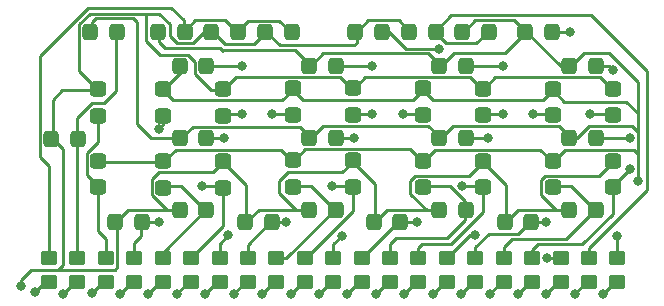
<source format=gbr>
%TF.GenerationSoftware,KiCad,Pcbnew,8.0.5*%
%TF.CreationDate,2024-09-28T22:07:55-04:00*%
%TF.ProjectId,Fluke_LCD,466c756b-655f-44c4-9344-2e6b69636164,rev?*%
%TF.SameCoordinates,Original*%
%TF.FileFunction,Copper,L1,Top*%
%TF.FilePolarity,Positive*%
%FSLAX46Y46*%
G04 Gerber Fmt 4.6, Leading zero omitted, Abs format (unit mm)*
G04 Created by KiCad (PCBNEW 8.0.5) date 2024-09-28 22:07:55*
%MOMM*%
%LPD*%
G01*
G04 APERTURE LIST*
G04 Aperture macros list*
%AMRoundRect*
0 Rectangle with rounded corners*
0 $1 Rounding radius*
0 $2 $3 $4 $5 $6 $7 $8 $9 X,Y pos of 4 corners*
0 Add a 4 corners polygon primitive as box body*
4,1,4,$2,$3,$4,$5,$6,$7,$8,$9,$2,$3,0*
0 Add four circle primitives for the rounded corners*
1,1,$1+$1,$2,$3*
1,1,$1+$1,$4,$5*
1,1,$1+$1,$6,$7*
1,1,$1+$1,$8,$9*
0 Add four rect primitives between the rounded corners*
20,1,$1+$1,$2,$3,$4,$5,0*
20,1,$1+$1,$4,$5,$6,$7,0*
20,1,$1+$1,$6,$7,$8,$9,0*
20,1,$1+$1,$8,$9,$2,$3,0*%
G04 Aperture macros list end*
%TA.AperFunction,SMDPad,CuDef*%
%ADD10RoundRect,0.282608X-0.417392X0.367392X-0.417392X-0.367392X0.417392X-0.367392X0.417392X0.367392X0*%
%TD*%
%TA.AperFunction,SMDPad,CuDef*%
%ADD11RoundRect,0.282608X-0.367392X-0.417392X0.367392X-0.417392X0.367392X0.417392X-0.367392X0.417392X0*%
%TD*%
%TA.AperFunction,SMDPad,CuDef*%
%ADD12RoundRect,0.250000X0.450000X-0.350000X0.450000X0.350000X-0.450000X0.350000X-0.450000X-0.350000X0*%
%TD*%
%TA.AperFunction,ViaPad*%
%ADD13C,0.800000*%
%TD*%
%TA.AperFunction,Conductor*%
%ADD14C,0.250000*%
%TD*%
G04 APERTURE END LIST*
D10*
%TO.P,D15,1,K*%
%TO.N,/BottomGround*%
X213453000Y-144260000D03*
%TO.P,D15,2,A*%
%TO.N,Net-(D12-A)*%
X213453000Y-146520000D03*
%TD*%
D11*
%TO.P,D7,1,K*%
%TO.N,/BottomGround*%
X198793000Y-148494000D03*
%TO.P,D7,2,A*%
%TO.N,Net-(D5-A)*%
X201053000Y-148494000D03*
%TD*%
D10*
%TO.P,D41,1,K*%
%TO.N,/BottomGround*%
X191890000Y-138215000D03*
%TO.P,D41,2,A*%
%TO.N,/HalfDigit*%
X191890000Y-140475000D03*
%TD*%
D11*
%TO.P,D13,1,K*%
%TO.N,/BottomGround*%
X209728000Y-148434000D03*
%TO.P,D13,2,A*%
%TO.N,Net-(D10-A)*%
X211988000Y-148434000D03*
%TD*%
D10*
%TO.P,D22,1,K*%
%TO.N,/BottomGround*%
X224453000Y-138201000D03*
%TO.P,D22,2,A*%
%TO.N,Net-(D19-A)*%
X224453000Y-140461000D03*
%TD*%
D12*
%TO.P,R6,1*%
%TO.N,Net-(J1-Pin_20)*%
X192528000Y-154564000D03*
%TO.P,R6,2*%
%TO.N,/HalfDigit*%
X192528000Y-152564000D03*
%TD*%
D10*
%TO.P,D3,1,K*%
%TO.N,/BottomGround*%
X202473000Y-138210000D03*
%TO.P,D3,2,A*%
%TO.N,Net-(D2-A)*%
X202473000Y-140470000D03*
%TD*%
D11*
%TO.P,D39,1,K*%
%TO.N,/TopGround*%
X196958000Y-133394000D03*
%TO.P,D39,2,A*%
%TO.N,/kHz{slash}Hz{slash}dB*%
X199218000Y-133394000D03*
%TD*%
D10*
%TO.P,D23,1,K*%
%TO.N,/BottomGround*%
X224453000Y-144297000D03*
%TO.P,D23,2,A*%
%TO.N,Net-(D20-A)*%
X224453000Y-146557000D03*
%TD*%
D12*
%TO.P,R38,1*%
%TO.N,Net-(J1-Pin_4)*%
X231038000Y-154564000D03*
%TO.P,R38,2*%
%TO.N,Net-(D27-A)*%
X231038000Y-152564000D03*
%TD*%
%TO.P,R34,1*%
%TO.N,Net-(J1-Pin_6)*%
X226218000Y-154564000D03*
%TO.P,R34,2*%
%TO.N,Net-(D26-A)*%
X226218000Y-152564000D03*
%TD*%
D11*
%TO.P,D19,1,K*%
%TO.N,/TopGround*%
X220760000Y-136250000D03*
%TO.P,D19,2,A*%
%TO.N,Net-(D19-A)*%
X223020000Y-136250000D03*
%TD*%
%TO.P,D28,1,K*%
%TO.N,/TopGround*%
X231764000Y-142390000D03*
%TO.P,D28,2,A*%
%TO.N,Net-(D28-A)*%
X234024000Y-142390000D03*
%TD*%
%TO.P,D34,1,K*%
%TO.N,/BottomGround*%
X218208000Y-133394000D03*
%TO.P,D34,2,A*%
%TO.N,Net-(D33-A)*%
X220468000Y-133394000D03*
%TD*%
%TO.P,D44,1,K*%
%TO.N,/BottomGround*%
X193308000Y-149494000D03*
%TO.P,D44,2,A*%
%TO.N,Net-(D1-A)*%
X195568000Y-149494000D03*
%TD*%
D10*
%TO.P,D31,1,K*%
%TO.N,/BottomGround*%
X235453000Y-144297000D03*
%TO.P,D31,2,A*%
%TO.N,Net-(D28-A)*%
X235453000Y-146557000D03*
%TD*%
D11*
%TO.P,D4,1,K*%
%TO.N,/TopGround*%
X198793000Y-142398000D03*
%TO.P,D4,2,A*%
%TO.N,Net-(D4-A)*%
X201053000Y-142398000D03*
%TD*%
D10*
%TO.P,D43,1,K*%
%TO.N,/TopGround*%
X191890000Y-144305000D03*
%TO.P,D43,2,A*%
%TO.N,/HalfDigit*%
X191890000Y-146565000D03*
%TD*%
D12*
%TO.P,R40,1*%
%TO.N,Net-(J1-Pin_3)*%
X233448000Y-154564000D03*
%TO.P,R40,2*%
%TO.N,Net-(D33-A)*%
X233448000Y-152564000D03*
%TD*%
D11*
%TO.P,D11,1,K*%
%TO.N,/TopGround*%
X209760000Y-136240000D03*
%TO.P,D11,2,A*%
%TO.N,Net-(D11-A)*%
X212020000Y-136240000D03*
%TD*%
%TO.P,D27,1,K*%
%TO.N,/TopGround*%
X231760000Y-136270000D03*
%TO.P,D27,2,A*%
%TO.N,Net-(D27-A)*%
X234020000Y-136270000D03*
%TD*%
%TO.P,D33,1,K*%
%TO.N,/TopGround*%
X222708000Y-133394000D03*
%TO.P,D33,2,A*%
%TO.N,Net-(D33-A)*%
X224968000Y-133394000D03*
%TD*%
D12*
%TO.P,R18,1*%
%TO.N,Net-(J1-Pin_14)*%
X206958000Y-154564000D03*
%TO.P,R18,2*%
%TO.N,Net-(D10-A)*%
X206958000Y-152564000D03*
%TD*%
%TO.P,R12,1*%
%TO.N,Net-(J1-Pin_17)*%
X199748000Y-154564000D03*
%TO.P,R12,2*%
%TO.N,Net-(D4-A)*%
X199748000Y-152564000D03*
%TD*%
%TO.P,R36,1*%
%TO.N,Net-(J1-Pin_5)*%
X228628000Y-154564000D03*
%TO.P,R36,2*%
%TO.N,Net-(D28-A)*%
X228628000Y-152564000D03*
%TD*%
D11*
%TO.P,D36,1,K*%
%TO.N,/BottomGround*%
X206008000Y-133414000D03*
%TO.P,D36,2,A*%
%TO.N,/kHz{slash}Hz{slash}dB*%
X208268000Y-133414000D03*
%TD*%
D10*
%TO.P,D9,1,K*%
%TO.N,/TopGround*%
X208373000Y-138164000D03*
%TO.P,D9,2,A*%
%TO.N,Net-(D8-A)*%
X208373000Y-140424000D03*
%TD*%
D11*
%TO.P,D42,1,K*%
%TO.N,/BottomGround*%
X187908000Y-142434000D03*
%TO.P,D42,2,A*%
%TO.N,/Low Battery {slash} Negative*%
X190168000Y-142434000D03*
%TD*%
D10*
%TO.P,D18,1,K*%
%TO.N,/TopGround*%
X219373000Y-144297000D03*
%TO.P,D18,2,A*%
%TO.N,Net-(D18-A)*%
X219373000Y-146557000D03*
%TD*%
D12*
%TO.P,R8,1*%
%TO.N,Net-(J1-Pin_19)*%
X194938000Y-154564000D03*
%TO.P,R8,2*%
%TO.N,Net-(D1-A)*%
X194938000Y-152564000D03*
%TD*%
D10*
%TO.P,D6,1,K*%
%TO.N,/BottomGround*%
X202473000Y-144306000D03*
%TO.P,D6,2,A*%
%TO.N,Net-(D4-A)*%
X202473000Y-146566000D03*
%TD*%
D12*
%TO.P,R32,1*%
%TO.N,Net-(J1-Pin_7)*%
X223818000Y-154564000D03*
%TO.P,R32,2*%
%TO.N,Net-(D24-A)*%
X223818000Y-152564000D03*
%TD*%
D11*
%TO.P,D24,1,K*%
%TO.N,/BottomGround*%
X226308000Y-149494000D03*
%TO.P,D24,2,A*%
%TO.N,Net-(D24-A)*%
X228568000Y-149494000D03*
%TD*%
%TO.P,D40,1,K*%
%TO.N,/TopGround*%
X191208000Y-133394000D03*
%TO.P,D40,2,A*%
%TO.N,/Low Battery {slash} Negative*%
X193468000Y-133394000D03*
%TD*%
D12*
%TO.P,R1,1*%
%TO.N,Net-(J1-Pin_10)*%
X216598000Y-154564000D03*
%TO.P,R1,2*%
%TO.N,Net-(D18-A)*%
X216598000Y-152564000D03*
%TD*%
D11*
%TO.P,D32,1,K*%
%TO.N,/TopGround*%
X228008000Y-133394000D03*
%TO.P,D32,2,A*%
%TO.N,Net-(D32-A)*%
X230268000Y-133394000D03*
%TD*%
%TO.P,D2,1,K*%
%TO.N,/TopGround*%
X198793000Y-136302000D03*
%TO.P,D2,2,A*%
%TO.N,Net-(D2-A)*%
X201053000Y-136302000D03*
%TD*%
D12*
%TO.P,R10,1*%
%TO.N,Net-(J1-Pin_18)*%
X197338000Y-154564000D03*
%TO.P,R10,2*%
%TO.N,Net-(D5-A)*%
X197338000Y-152564000D03*
%TD*%
D11*
%TO.P,D35,1,K*%
%TO.N,/BottomGround*%
X213658000Y-133394000D03*
%TO.P,D35,2,A*%
%TO.N,Net-(D32-A)*%
X215918000Y-133394000D03*
%TD*%
%TO.P,D20,1,K*%
%TO.N,/TopGround*%
X220772500Y-142390000D03*
%TO.P,D20,2,A*%
%TO.N,Net-(D20-A)*%
X223032500Y-142390000D03*
%TD*%
%TO.P,D21,1,K*%
%TO.N,/BottomGround*%
X220773000Y-148494000D03*
%TO.P,D21,2,A*%
%TO.N,Net-(D18-A)*%
X223033000Y-148494000D03*
%TD*%
D12*
%TO.P,R42,1*%
%TO.N,Net-(J1-Pin_2)*%
X235848000Y-154564000D03*
%TO.P,R42,2*%
%TO.N,Net-(D32-A)*%
X235848000Y-152564000D03*
%TD*%
%TO.P,R28,1*%
%TO.N,Net-(J1-Pin_9)*%
X218998000Y-154564000D03*
%TO.P,R28,2*%
%TO.N,Net-(D20-A)*%
X218998000Y-152564000D03*
%TD*%
D11*
%TO.P,D8,1,K*%
%TO.N,/BottomGround*%
X204308000Y-149494000D03*
%TO.P,D8,2,A*%
%TO.N,Net-(D8-A)*%
X206568000Y-149494000D03*
%TD*%
D10*
%TO.P,D14,1,K*%
%TO.N,/BottomGround*%
X213453000Y-138164000D03*
%TO.P,D14,2,A*%
%TO.N,Net-(D11-A)*%
X213453000Y-140424000D03*
%TD*%
%TO.P,D26,1,K*%
%TO.N,/TopGround*%
X230373000Y-144297000D03*
%TO.P,D26,2,A*%
%TO.N,Net-(D26-A)*%
X230373000Y-146557000D03*
%TD*%
D12*
%TO.P,R20,1*%
%TO.N,Net-(J1-Pin_13)*%
X209378000Y-154564000D03*
%TO.P,R20,2*%
%TO.N,Net-(D12-A)*%
X209378000Y-152564000D03*
%TD*%
%TO.P,R14,1*%
%TO.N,Net-(J1-Pin_16)*%
X202158000Y-154564000D03*
%TO.P,R14,2*%
%TO.N,Net-(D2-A)*%
X202158000Y-152564000D03*
%TD*%
D10*
%TO.P,D5,1,K*%
%TO.N,/TopGround*%
X197393000Y-144306000D03*
%TO.P,D5,2,A*%
%TO.N,Net-(D5-A)*%
X197393000Y-146566000D03*
%TD*%
D12*
%TO.P,R16,1*%
%TO.N,Net-(J1-Pin_15)*%
X204568000Y-154564000D03*
%TO.P,R16,2*%
%TO.N,Net-(D8-A)*%
X204568000Y-152564000D03*
%TD*%
%TO.P,R22,1*%
%TO.N,Net-(J1-Pin_12)*%
X211788000Y-154564000D03*
%TO.P,R22,2*%
%TO.N,Net-(D11-A)*%
X211788000Y-152564000D03*
%TD*%
D10*
%TO.P,D25,1,K*%
%TO.N,/TopGround*%
X230373000Y-138201000D03*
%TO.P,D25,2,A*%
%TO.N,Net-(D24-A)*%
X230373000Y-140461000D03*
%TD*%
D11*
%TO.P,D16,1,K*%
%TO.N,/BottomGround*%
X215208000Y-149494000D03*
%TO.P,D16,2,A*%
%TO.N,Net-(D16-A)*%
X217468000Y-149494000D03*
%TD*%
D10*
%TO.P,D17,1,K*%
%TO.N,/TopGround*%
X219360000Y-138170000D03*
%TO.P,D17,2,A*%
%TO.N,Net-(D16-A)*%
X219360000Y-140430000D03*
%TD*%
%TO.P,D30,1,K*%
%TO.N,/BottomGround*%
X235453000Y-138201000D03*
%TO.P,D30,2,A*%
%TO.N,Net-(D27-A)*%
X235453000Y-140461000D03*
%TD*%
D11*
%TO.P,D12,1,K*%
%TO.N,/TopGround*%
X209760000Y-142340000D03*
%TO.P,D12,2,A*%
%TO.N,Net-(D12-A)*%
X212020000Y-142340000D03*
%TD*%
D10*
%TO.P,D1,1,K*%
%TO.N,/TopGround*%
X197393000Y-138210000D03*
%TO.P,D1,2,A*%
%TO.N,Net-(D1-A)*%
X197393000Y-140470000D03*
%TD*%
D12*
%TO.P,R24,1*%
%TO.N,Net-(J1-Pin_11)*%
X214188000Y-154564000D03*
%TO.P,R24,2*%
%TO.N,Net-(D16-A)*%
X214188000Y-152564000D03*
%TD*%
D11*
%TO.P,D38,1,K*%
%TO.N,/BottomGround*%
X201458000Y-133394000D03*
%TO.P,D38,2,A*%
%TO.N,/kHz{slash}Hz{slash}dB*%
X203718000Y-133394000D03*
%TD*%
D12*
%TO.P,R2,1*%
%TO.N,Net-(J1-Pin_22)*%
X187718000Y-154564000D03*
%TO.P,R2,2*%
%TO.N,/kHz{slash}Hz{slash}dB*%
X187718000Y-152564000D03*
%TD*%
%TO.P,R30,1*%
%TO.N,Net-(J1-Pin_8)*%
X221408000Y-154564000D03*
%TO.P,R30,2*%
%TO.N,Net-(D19-A)*%
X221408000Y-152564000D03*
%TD*%
D11*
%TO.P,D29,1,K*%
%TO.N,/BottomGround*%
X231764000Y-148476000D03*
%TO.P,D29,2,A*%
%TO.N,Net-(D26-A)*%
X234024000Y-148476000D03*
%TD*%
D10*
%TO.P,D10,1,K*%
%TO.N,/TopGround*%
X208373000Y-144269000D03*
%TO.P,D10,2,A*%
%TO.N,Net-(D10-A)*%
X208373000Y-146529000D03*
%TD*%
D12*
%TO.P,R4,1*%
%TO.N,Net-(J1-Pin_21)*%
X190118000Y-154564000D03*
%TO.P,R4,2*%
%TO.N,/Low Battery {slash} Negative*%
X190118000Y-152564000D03*
%TD*%
D13*
%TO.N,Net-(D27-A)*%
X229877500Y-152560000D03*
X235450000Y-136650000D03*
X233560000Y-140380000D03*
%TO.N,Net-(D32-A)*%
X220720000Y-134810000D03*
X235840000Y-150670000D03*
X231830000Y-133390000D03*
%TO.N,Net-(J1-Pin_10)*%
X215390000Y-155580000D03*
%TO.N,Net-(J1-Pin_22)*%
X186510000Y-155450000D03*
%TO.N,Net-(J1-Pin_21)*%
X188930000Y-155550000D03*
%TO.N,Net-(J1-Pin_20)*%
X191320000Y-155520000D03*
%TO.N,Net-(J1-Pin_19)*%
X193720000Y-155560000D03*
%TO.N,Net-(J1-Pin_18)*%
X196140000Y-155580000D03*
%TO.N,Net-(J1-Pin_17)*%
X198540000Y-155550000D03*
%TO.N,Net-(J1-Pin_16)*%
X200960000Y-155570000D03*
%TO.N,Net-(J1-Pin_15)*%
X203360000Y-155550000D03*
%TO.N,Net-(J1-Pin_14)*%
X205760000Y-155560000D03*
%TO.N,Net-(J1-Pin_13)*%
X208180000Y-155570000D03*
%TO.N,Net-(J1-Pin_12)*%
X210590000Y-155560000D03*
%TO.N,Net-(J1-Pin_11)*%
X212980000Y-155580000D03*
%TO.N,Net-(J1-Pin_9)*%
X217810000Y-155560000D03*
%TO.N,Net-(J1-Pin_8)*%
X220210000Y-155560000D03*
%TO.N,Net-(J1-Pin_7)*%
X222620000Y-155560000D03*
%TO.N,Net-(J1-Pin_6)*%
X225030000Y-155560000D03*
%TO.N,Net-(J1-Pin_5)*%
X227430000Y-155570000D03*
%TO.N,Net-(J1-Pin_4)*%
X229830000Y-155550000D03*
%TO.N,Net-(J1-Pin_3)*%
X232230000Y-155560000D03*
%TO.N,Net-(J1-Pin_2)*%
X234650000Y-155560000D03*
%TO.N,/TopGround*%
X237600000Y-146040000D03*
%TO.N,/BottomGround*%
X185310000Y-154940000D03*
%TO.N,Net-(D28-A)*%
X236930000Y-142400000D03*
X236930000Y-144990000D03*
%TO.N,Net-(D1-A)*%
X197000000Y-149490000D03*
X197000000Y-141620000D03*
%TO.N,Net-(D2-A)*%
X204080000Y-136310000D03*
X204080000Y-140380000D03*
X202850000Y-150620000D03*
%TO.N,Net-(D4-A)*%
X200710000Y-146470000D03*
X202520000Y-142410000D03*
%TO.N,Net-(D8-A)*%
X206630000Y-140330000D03*
X207820000Y-149490000D03*
%TO.N,Net-(D11-A)*%
X212530000Y-150630000D03*
X215080000Y-136270000D03*
X215080000Y-140320000D03*
%TO.N,Net-(D12-A)*%
X211710000Y-146420000D03*
X213570000Y-142360000D03*
%TO.N,Net-(D16-A)*%
X217670000Y-140360000D03*
X218870000Y-149500000D03*
%TO.N,Net-(D19-A)*%
X226130000Y-140360000D03*
X223800000Y-150570000D03*
X226130000Y-136310000D03*
%TO.N,Net-(D20-A)*%
X224890000Y-142400000D03*
X222700000Y-146460000D03*
%TO.N,Net-(D24-A)*%
X229790000Y-149490000D03*
X228720000Y-140370000D03*
%TD*%
D14*
%TO.N,Net-(D5-A)*%
X200958000Y-148494000D02*
X198935000Y-146471000D01*
X198935000Y-146471000D02*
X197393000Y-146471000D01*
X197338000Y-152564000D02*
X197338000Y-152114000D01*
X197338000Y-152114000D02*
X200958000Y-148494000D01*
%TO.N,Net-(D10-A)*%
X211893000Y-148434000D02*
X209893000Y-146434000D01*
X209893000Y-146434000D02*
X208373000Y-146434000D01*
X206958000Y-152564000D02*
X207763000Y-152564000D01*
X207763000Y-152564000D02*
X211893000Y-148434000D01*
%TO.N,Net-(D18-A)*%
X217090000Y-150860000D02*
X221420000Y-150860000D01*
X222938000Y-147688000D02*
X222938000Y-148494000D01*
X221420000Y-150860000D02*
X222938000Y-149342000D01*
X219373000Y-146462000D02*
X221712000Y-146462000D01*
X216598000Y-152564000D02*
X216598000Y-151352000D01*
X222938000Y-149342000D02*
X222938000Y-148494000D01*
X216598000Y-151352000D02*
X217090000Y-150860000D01*
X221712000Y-146462000D02*
X222938000Y-147688000D01*
%TO.N,Net-(D26-A)*%
X233929000Y-148476000D02*
X231915000Y-146462000D01*
X226218000Y-151622000D02*
X226920000Y-150920000D01*
X226218000Y-152564000D02*
X226218000Y-151622000D01*
X226920000Y-150920000D02*
X231485000Y-150920000D01*
X231915000Y-146462000D02*
X230373000Y-146462000D01*
X231485000Y-150920000D02*
X233929000Y-148476000D01*
%TO.N,Net-(D27-A)*%
X229881500Y-152564000D02*
X229877500Y-152560000D01*
X235439000Y-140380000D02*
X235453000Y-140366000D01*
X231038000Y-152564000D02*
X229881500Y-152564000D01*
X233560000Y-140380000D02*
X235439000Y-140380000D01*
X235450000Y-136650000D02*
X235100000Y-136300000D01*
X235100000Y-136300000D02*
X233931000Y-136300000D01*
X233931000Y-136300000D02*
X233929000Y-136302000D01*
%TO.N,Net-(D32-A)*%
X231830000Y-133390000D02*
X230177000Y-133390000D01*
X230177000Y-133390000D02*
X230173000Y-133394000D01*
X220720000Y-134810000D02*
X217930000Y-134810000D01*
X235848000Y-152564000D02*
X235848000Y-150678000D01*
X235848000Y-150678000D02*
X235840000Y-150670000D01*
X217930000Y-134810000D02*
X216514000Y-133394000D01*
X216514000Y-133394000D02*
X215823000Y-133394000D01*
%TO.N,Net-(D33-A)*%
X221348000Y-134369000D02*
X220373000Y-133394000D01*
X233448000Y-152564000D02*
X233448000Y-151652000D01*
X224873000Y-133394000D02*
X223898000Y-134369000D01*
X233448000Y-151652000D02*
X238310000Y-146790000D01*
X223898000Y-134369000D02*
X221348000Y-134369000D01*
X238310000Y-136730000D02*
X233580000Y-132000000D01*
X233580000Y-132000000D02*
X221767000Y-132000000D01*
X238310000Y-146790000D02*
X238310000Y-136730000D01*
X221767000Y-132000000D02*
X220373000Y-133394000D01*
%TO.N,Net-(J1-Pin_10)*%
X216598000Y-154564000D02*
X216406000Y-154564000D01*
X216406000Y-154564000D02*
X215390000Y-155580000D01*
%TO.N,Net-(J1-Pin_22)*%
X187718000Y-154564000D02*
X187396000Y-154564000D01*
X187396000Y-154564000D02*
X186510000Y-155450000D01*
%TO.N,Net-(J1-Pin_21)*%
X189916000Y-154564000D02*
X188930000Y-155550000D01*
X190118000Y-154564000D02*
X189916000Y-154564000D01*
%TO.N,Net-(J1-Pin_20)*%
X192528000Y-154564000D02*
X192276000Y-154564000D01*
X192276000Y-154564000D02*
X191320000Y-155520000D01*
%TO.N,Net-(J1-Pin_19)*%
X194716000Y-154564000D02*
X193720000Y-155560000D01*
X194938000Y-154564000D02*
X194716000Y-154564000D01*
%TO.N,Net-(J1-Pin_18)*%
X197156000Y-154564000D02*
X196140000Y-155580000D01*
X197338000Y-154564000D02*
X197156000Y-154564000D01*
%TO.N,Net-(J1-Pin_17)*%
X199526000Y-154564000D02*
X198540000Y-155550000D01*
X199748000Y-154564000D02*
X199526000Y-154564000D01*
%TO.N,Net-(J1-Pin_16)*%
X201966000Y-154564000D02*
X200960000Y-155570000D01*
X202158000Y-154564000D02*
X201966000Y-154564000D01*
%TO.N,Net-(J1-Pin_15)*%
X204346000Y-154564000D02*
X203360000Y-155550000D01*
X204568000Y-154564000D02*
X204346000Y-154564000D01*
%TO.N,Net-(J1-Pin_14)*%
X206958000Y-154564000D02*
X206756000Y-154564000D01*
X206756000Y-154564000D02*
X205760000Y-155560000D01*
%TO.N,Net-(J1-Pin_13)*%
X209378000Y-154564000D02*
X209186000Y-154564000D01*
X209186000Y-154564000D02*
X208180000Y-155570000D01*
%TO.N,Net-(J1-Pin_12)*%
X211586000Y-154564000D02*
X210590000Y-155560000D01*
X211788000Y-154564000D02*
X211586000Y-154564000D01*
%TO.N,Net-(J1-Pin_11)*%
X214188000Y-154564000D02*
X213996000Y-154564000D01*
X213996000Y-154564000D02*
X212980000Y-155580000D01*
%TO.N,Net-(J1-Pin_9)*%
X218998000Y-154564000D02*
X218806000Y-154564000D01*
X218806000Y-154564000D02*
X217810000Y-155560000D01*
%TO.N,Net-(J1-Pin_8)*%
X221206000Y-154564000D02*
X220210000Y-155560000D01*
X221408000Y-154564000D02*
X221206000Y-154564000D01*
%TO.N,Net-(J1-Pin_7)*%
X223616000Y-154564000D02*
X222620000Y-155560000D01*
X223818000Y-154564000D02*
X223616000Y-154564000D01*
%TO.N,Net-(J1-Pin_6)*%
X226218000Y-154564000D02*
X226026000Y-154564000D01*
X226026000Y-154564000D02*
X225030000Y-155560000D01*
%TO.N,Net-(J1-Pin_5)*%
X228628000Y-154564000D02*
X228436000Y-154564000D01*
X228436000Y-154564000D02*
X227430000Y-155570000D01*
%TO.N,Net-(J1-Pin_4)*%
X230816000Y-154564000D02*
X229830000Y-155550000D01*
X231038000Y-154564000D02*
X230816000Y-154564000D01*
%TO.N,Net-(J1-Pin_3)*%
X233448000Y-154564000D02*
X233226000Y-154564000D01*
X233226000Y-154564000D02*
X232230000Y-155560000D01*
%TO.N,Net-(J1-Pin_2)*%
X235646000Y-154564000D02*
X234650000Y-155560000D01*
X235848000Y-154564000D02*
X235646000Y-154564000D01*
X235848000Y-154564000D02*
X235626000Y-154564000D01*
%TO.N,/TopGround*%
X197073000Y-134273000D02*
X197570000Y-134770000D01*
X228123000Y-133394000D02*
X227129000Y-132400000D01*
X208941000Y-141423000D02*
X209879000Y-142361000D01*
X202240000Y-134770000D02*
X202440000Y-134970000D01*
X233021000Y-135160000D02*
X235140000Y-135160000D01*
X210934000Y-135210000D02*
X219787000Y-135210000D01*
X197330000Y-144484000D02*
X197393000Y-144421000D01*
X237605000Y-146035000D02*
X237600000Y-146040000D01*
X232411538Y-142398000D02*
X233419538Y-141390000D01*
X209879000Y-136265000D02*
X210934000Y-135210000D01*
X219787000Y-135210000D02*
X220879000Y-136302000D01*
X197393000Y-138325000D02*
X198908000Y-136810000D01*
X237555000Y-140235000D02*
X237605000Y-140285000D01*
X223817000Y-132400000D02*
X222823000Y-133394000D01*
X197570000Y-134770000D02*
X202240000Y-134770000D01*
X229523000Y-139166000D02*
X230373000Y-138316000D01*
X197393000Y-144421000D02*
X197392000Y-144420000D01*
X231879000Y-136302000D02*
X231031000Y-136302000D01*
X237280000Y-143370000D02*
X237605000Y-143695000D01*
X209427000Y-143330000D02*
X218291000Y-143330000D01*
X207477000Y-139175000D02*
X208373000Y-138279000D01*
X237605000Y-137625000D02*
X237605000Y-140285000D01*
X227129000Y-132400000D02*
X223817000Y-132400000D01*
X221971000Y-135210000D02*
X226307000Y-135210000D01*
X231879000Y-142398000D02*
X232411538Y-142398000D01*
X230871000Y-141390000D02*
X231879000Y-142398000D01*
X219373000Y-138316000D02*
X220223000Y-139166000D01*
X235140000Y-135160000D02*
X237605000Y-137625000D01*
X231879000Y-136302000D02*
X233021000Y-135160000D01*
X208373000Y-144384000D02*
X209427000Y-143330000D01*
X197073000Y-133394000D02*
X197073000Y-134273000D01*
X226307000Y-135210000D02*
X228123000Y-133394000D01*
X199883000Y-141423000D02*
X208941000Y-141423000D01*
X231347000Y-139290000D02*
X230373000Y-138316000D01*
X220415000Y-143370000D02*
X229331000Y-143370000D01*
X207369000Y-143380000D02*
X208373000Y-144384000D01*
X218291000Y-143330000D02*
X219373000Y-144412000D01*
X195150000Y-132560000D02*
X195150000Y-141200000D01*
X191323000Y-132587000D02*
X191670000Y-132240000D01*
X197393000Y-138325000D02*
X198243000Y-139175000D01*
X196348000Y-142398000D02*
X198908000Y-142398000D01*
X230373000Y-144412000D02*
X231415000Y-143370000D01*
X237605000Y-144310000D02*
X237605000Y-146035000D01*
X219373000Y-144412000D02*
X220415000Y-143370000D01*
X198908000Y-142398000D02*
X199883000Y-141423000D01*
X198908000Y-136810000D02*
X198908000Y-136302000D01*
X191323000Y-133394000D02*
X191323000Y-132587000D01*
X197393000Y-144421000D02*
X198434000Y-143380000D01*
X208373000Y-138279000D02*
X209223000Y-139129000D01*
X198243000Y-139175000D02*
X207477000Y-139175000D01*
X233419538Y-141390000D02*
X237090000Y-141390000D01*
X237555000Y-140235000D02*
X236610000Y-139290000D01*
X237090000Y-141390000D02*
X237590000Y-141890000D01*
X194830000Y-132240000D02*
X195150000Y-132560000D01*
X202440000Y-134970000D02*
X202450000Y-134960000D01*
X220888000Y-142398000D02*
X221896000Y-141390000D01*
X237605000Y-143695000D02*
X237605000Y-144310000D01*
X218560000Y-139129000D02*
X219373000Y-138316000D01*
X221896000Y-141390000D02*
X230871000Y-141390000D01*
X236610000Y-139290000D02*
X231347000Y-139290000D01*
X209223000Y-139129000D02*
X218560000Y-139129000D01*
X195150000Y-141200000D02*
X196348000Y-142398000D01*
X208574000Y-134960000D02*
X209879000Y-136265000D01*
X210880000Y-141360000D02*
X219850000Y-141360000D01*
X229331000Y-143370000D02*
X230373000Y-144412000D01*
X191670000Y-132240000D02*
X194830000Y-132240000D01*
X198434000Y-143380000D02*
X207369000Y-143380000D01*
X219850000Y-141360000D02*
X220888000Y-142398000D01*
X231879000Y-142906000D02*
X231879000Y-142398000D01*
X197392000Y-144420000D02*
X191890000Y-144420000D01*
X220879000Y-136302000D02*
X221971000Y-135210000D01*
X231415000Y-143370000D02*
X237280000Y-143370000D01*
X220223000Y-139166000D02*
X229523000Y-139166000D01*
X202450000Y-134960000D02*
X208574000Y-134960000D01*
X209879000Y-142361000D02*
X210880000Y-141360000D01*
X231031000Y-136302000D02*
X228123000Y-133394000D01*
X237605000Y-140285000D02*
X237605000Y-144310000D01*
%TO.N,/BottomGround*%
X227441000Y-148476000D02*
X230666000Y-148476000D01*
X218323000Y-133394000D02*
X217348000Y-132419000D01*
X226423000Y-146382000D02*
X226423000Y-149494000D01*
X207239000Y-134530000D02*
X206123000Y-133414000D01*
X200080000Y-136941462D02*
X201463538Y-138325000D01*
X229398000Y-147208000D02*
X229398000Y-145919538D01*
X234253000Y-145612000D02*
X235453000Y-144412000D01*
X230666000Y-148476000D02*
X231764000Y-148476000D01*
X194423000Y-148494000D02*
X197724000Y-148494000D01*
X188030000Y-142427000D02*
X188030000Y-139130000D01*
X188030000Y-139130000D02*
X188830000Y-138330000D01*
X213580000Y-134530000D02*
X207239000Y-134530000D01*
X191890000Y-138330000D02*
X188830000Y-138330000D01*
X203578000Y-137220000D02*
X212394000Y-137220000D01*
X217348000Y-132419000D02*
X214748000Y-132419000D01*
X219694000Y-148494000D02*
X220773000Y-148494000D01*
X188480000Y-153540000D02*
X188900000Y-153120000D01*
X196418000Y-145882000D02*
X197029000Y-145271000D01*
X207964769Y-145290000D02*
X212538000Y-145290000D01*
X193503000Y-149574000D02*
X193423000Y-149494000D01*
X229705538Y-145612000D02*
X234253000Y-145612000D01*
X218705538Y-145612000D02*
X223253000Y-145612000D01*
X201623000Y-145271000D02*
X202473000Y-144421000D01*
X213773000Y-133394000D02*
X213773000Y-134337000D01*
X224453000Y-138316000D02*
X225519000Y-137250000D01*
X229398000Y-145919538D02*
X229705538Y-145612000D01*
X198580538Y-134369000D02*
X197923000Y-133711462D01*
X219694000Y-148494000D02*
X218320000Y-147120000D01*
X193423000Y-149494000D02*
X194423000Y-148494000D01*
X191160000Y-131840000D02*
X190270000Y-132730000D01*
X215323000Y-149494000D02*
X216323000Y-148494000D01*
X201573000Y-133394000D02*
X200866000Y-133394000D01*
X188900000Y-153120000D02*
X188900000Y-143311000D01*
X223367000Y-137230000D02*
X224453000Y-138316000D01*
X195900000Y-134150000D02*
X197077000Y-135327000D01*
X200080000Y-135930000D02*
X200080000Y-136941462D01*
X204423000Y-149494000D02*
X205483000Y-148434000D01*
X212538000Y-145290000D02*
X213453000Y-144375000D01*
X188900000Y-143311000D02*
X188023000Y-142434000D01*
X195900000Y-131840000D02*
X195900000Y-134150000D01*
X197923000Y-133711462D02*
X197923000Y-132723000D01*
X218320000Y-145997538D02*
X218705538Y-145612000D01*
X208644000Y-148434000D02*
X209728000Y-148434000D01*
X188023000Y-142434000D02*
X188030000Y-142427000D01*
X207230000Y-147020000D02*
X207230000Y-146024769D01*
X193280000Y-153540000D02*
X193503000Y-153317000D01*
X199477000Y-135327000D02*
X200080000Y-135930000D01*
X195900000Y-131840000D02*
X191160000Y-131840000D01*
X205087000Y-134450000D02*
X202629000Y-134450000D01*
X190270000Y-136710000D02*
X191890000Y-138330000D01*
X186160000Y-153540000D02*
X193280000Y-153540000D01*
X216323000Y-148494000D02*
X219694000Y-148494000D01*
X213453000Y-138279000D02*
X214502000Y-137230000D01*
X197724000Y-148494000D02*
X196418000Y-147188000D01*
X206123000Y-133414000D02*
X205087000Y-134450000D01*
X198793000Y-148494000D02*
X197724000Y-148494000D01*
X197077000Y-135327000D02*
X199477000Y-135327000D01*
X225519000Y-137250000D02*
X234387000Y-137250000D01*
X199891000Y-134369000D02*
X198580538Y-134369000D01*
X200866000Y-133394000D02*
X199891000Y-134369000D01*
X197029000Y-145271000D02*
X201623000Y-145271000D01*
X207230000Y-146024769D02*
X207964769Y-145290000D01*
X208644000Y-148434000D02*
X207230000Y-147020000D01*
X202629000Y-134450000D02*
X201573000Y-133394000D01*
X213453000Y-144375000D02*
X215323000Y-146245000D01*
X205483000Y-148434000D02*
X208644000Y-148434000D01*
X230666000Y-148476000D02*
X229398000Y-147208000D01*
X226423000Y-149494000D02*
X227441000Y-148476000D01*
X223253000Y-145612000D02*
X224453000Y-144412000D01*
X202473000Y-138325000D02*
X203578000Y-137220000D01*
X190270000Y-132730000D02*
X190270000Y-136710000D01*
X234387000Y-137250000D02*
X235453000Y-138316000D01*
X214748000Y-132419000D02*
X213773000Y-133394000D01*
X185310000Y-154390000D02*
X186160000Y-153540000D01*
X204423000Y-146371000D02*
X204423000Y-149494000D01*
X197040000Y-131840000D02*
X195900000Y-131840000D01*
X215323000Y-146245000D02*
X215323000Y-149494000D01*
X197923000Y-132723000D02*
X197040000Y-131840000D01*
X196418000Y-147188000D02*
X196418000Y-145882000D01*
X224453000Y-144412000D02*
X226423000Y-146382000D01*
X193503000Y-153317000D02*
X193503000Y-149574000D01*
X218320000Y-147120000D02*
X218320000Y-145997538D01*
X201463538Y-138325000D02*
X202473000Y-138325000D01*
X214502000Y-137230000D02*
X223367000Y-137230000D01*
X185310000Y-154940000D02*
X185310000Y-154390000D01*
X202473000Y-144421000D02*
X204423000Y-146371000D01*
X213773000Y-134337000D02*
X213580000Y-134530000D01*
X212394000Y-137220000D02*
X213453000Y-138279000D01*
%TO.N,Net-(D28-A)*%
X232850000Y-151370000D02*
X229110000Y-151370000D01*
X233931000Y-142400000D02*
X233929000Y-142398000D01*
X228628000Y-151852000D02*
X228628000Y-152564000D01*
X236930000Y-144990000D02*
X235458000Y-146462000D01*
X235453000Y-148767000D02*
X232850000Y-151370000D01*
X229110000Y-151370000D02*
X228628000Y-151852000D01*
X236930000Y-142400000D02*
X233931000Y-142400000D01*
X235453000Y-146462000D02*
X235453000Y-148767000D01*
X235458000Y-146462000D02*
X235453000Y-146462000D01*
%TO.N,Net-(D1-A)*%
X195473000Y-150707000D02*
X195473000Y-149494000D01*
X197000000Y-141620000D02*
X197390000Y-141230000D01*
X195473000Y-149494000D02*
X196996000Y-149494000D01*
X197390000Y-141230000D02*
X197390000Y-140378000D01*
X194938000Y-151242000D02*
X195473000Y-150707000D01*
X196996000Y-149494000D02*
X197000000Y-149490000D01*
X194938000Y-152564000D02*
X194938000Y-151242000D01*
X197390000Y-140378000D02*
X197393000Y-140375000D01*
%TO.N,Net-(D2-A)*%
X200966000Y-136310000D02*
X200958000Y-136302000D01*
X204080000Y-136310000D02*
X200966000Y-136310000D01*
X202478000Y-140380000D02*
X202473000Y-140375000D01*
X202158000Y-152564000D02*
X202158000Y-151312000D01*
X202158000Y-151312000D02*
X202850000Y-150620000D01*
X204080000Y-140380000D02*
X202478000Y-140380000D01*
%TO.N,Net-(D4-A)*%
X200711000Y-146471000D02*
X200710000Y-146470000D01*
X202473000Y-149839000D02*
X202473000Y-146471000D01*
X202473000Y-146471000D02*
X200711000Y-146471000D01*
X200970000Y-142410000D02*
X200958000Y-142398000D01*
X199748000Y-152564000D02*
X202473000Y-149839000D01*
X202520000Y-142410000D02*
X200970000Y-142410000D01*
%TO.N,Net-(D8-A)*%
X207820000Y-149490000D02*
X207816000Y-149494000D01*
X206631000Y-140329000D02*
X206630000Y-140330000D01*
X204568000Y-151399000D02*
X206473000Y-149494000D01*
X207816000Y-149494000D02*
X206473000Y-149494000D01*
X204568000Y-152564000D02*
X204568000Y-151399000D01*
X208373000Y-140329000D02*
X206631000Y-140329000D01*
%TO.N,Net-(D11-A)*%
X211929000Y-136265000D02*
X215075000Y-136265000D01*
X212530000Y-150630000D02*
X211788000Y-151372000D01*
X211788000Y-151372000D02*
X211788000Y-152564000D01*
X215075000Y-136265000D02*
X215080000Y-136270000D01*
X213462000Y-140320000D02*
X213453000Y-140329000D01*
X215080000Y-140320000D02*
X213462000Y-140320000D01*
%TO.N,Net-(D12-A)*%
X209446000Y-152564000D02*
X213453000Y-148557000D01*
X211930000Y-142360000D02*
X211929000Y-142361000D01*
X209378000Y-152564000D02*
X209446000Y-152564000D01*
X213453000Y-146425000D02*
X211715000Y-146425000D01*
X211715000Y-146425000D02*
X211710000Y-146420000D01*
X213453000Y-148557000D02*
X213453000Y-146425000D01*
X213570000Y-142360000D02*
X211930000Y-142360000D01*
%TO.N,Net-(D16-A)*%
X217373000Y-149494000D02*
X218864000Y-149494000D01*
X217676000Y-140366000D02*
X219373000Y-140366000D01*
X217266000Y-149494000D02*
X217373000Y-149494000D01*
X218864000Y-149494000D02*
X218870000Y-149500000D01*
X217670000Y-140360000D02*
X217676000Y-140366000D01*
X214196000Y-152564000D02*
X217266000Y-149494000D01*
X214188000Y-152564000D02*
X214196000Y-152564000D01*
%TO.N,Net-(D19-A)*%
X224459000Y-140360000D02*
X224453000Y-140366000D01*
X223800000Y-150570000D02*
X223402000Y-150570000D01*
X226130000Y-136310000D02*
X222937000Y-136310000D01*
X223402000Y-150570000D02*
X221408000Y-152564000D01*
X222937000Y-136310000D02*
X222929000Y-136302000D01*
X226130000Y-140360000D02*
X224459000Y-140360000D01*
%TO.N,Net-(D20-A)*%
X219340000Y-151370000D02*
X221730000Y-151370000D01*
X222702000Y-146462000D02*
X222700000Y-146460000D01*
X222940000Y-142400000D02*
X222938000Y-142398000D01*
X224890000Y-142400000D02*
X222940000Y-142400000D01*
X224453000Y-148647000D02*
X224453000Y-146462000D01*
X218998000Y-151712000D02*
X219340000Y-151370000D01*
X221730000Y-151370000D02*
X224453000Y-148647000D01*
X218998000Y-152564000D02*
X218998000Y-151712000D01*
X224453000Y-146462000D02*
X222702000Y-146462000D01*
%TO.N,Net-(D24-A)*%
X227447000Y-150520000D02*
X228473000Y-149494000D01*
X230369000Y-140370000D02*
X230373000Y-140366000D01*
X223818000Y-152564000D02*
X223818000Y-151642000D01*
X229786000Y-149494000D02*
X229790000Y-149490000D01*
X224940000Y-150520000D02*
X227447000Y-150520000D01*
X223818000Y-151642000D02*
X224940000Y-150520000D01*
X228720000Y-140370000D02*
X230369000Y-140370000D01*
X228473000Y-149494000D02*
X229786000Y-149494000D01*
%TO.N,/kHz{slash}Hz{slash}dB*%
X186960000Y-144000000D02*
X186960000Y-135470000D01*
X186960000Y-135470000D02*
X191040000Y-131390000D01*
X199123000Y-132423000D02*
X199123000Y-133394000D01*
X204578000Y-132439000D02*
X207198000Y-132439000D01*
X200098000Y-132419000D02*
X202648000Y-132419000D01*
X199123000Y-133394000D02*
X200098000Y-132419000D01*
X187718000Y-152564000D02*
X187718000Y-144758000D01*
X198090000Y-131390000D02*
X199123000Y-132423000D01*
X187718000Y-144758000D02*
X186960000Y-144000000D01*
X202648000Y-132419000D02*
X203623000Y-133394000D01*
X203623000Y-133394000D02*
X204578000Y-132439000D01*
X207198000Y-132439000D02*
X208173000Y-133414000D01*
X191040000Y-131390000D02*
X198090000Y-131390000D01*
%TO.N,/Low Battery {slash} Negative*%
X190118000Y-142479000D02*
X190073000Y-142434000D01*
X190073000Y-142434000D02*
X190070000Y-142431000D01*
X193373000Y-138364462D02*
X193373000Y-133394000D01*
X190070000Y-140682538D02*
X191372538Y-139380000D01*
X190070000Y-142431000D02*
X190070000Y-140682538D01*
X192357462Y-139380000D02*
X193373000Y-138364462D01*
X190118000Y-152564000D02*
X190118000Y-142479000D01*
X191372538Y-139380000D02*
X192357462Y-139380000D01*
%TO.N,/HalfDigit*%
X191890000Y-140380000D02*
X191890000Y-142690000D01*
X192528000Y-150888000D02*
X192528000Y-152564000D01*
X190910000Y-143670000D02*
X190910000Y-145490000D01*
X191890000Y-150250000D02*
X192528000Y-150888000D01*
X190910000Y-145490000D02*
X191890000Y-146470000D01*
X191890000Y-146470000D02*
X191890000Y-150250000D01*
X191890000Y-142690000D02*
X190910000Y-143670000D01*
%TD*%
M02*

</source>
